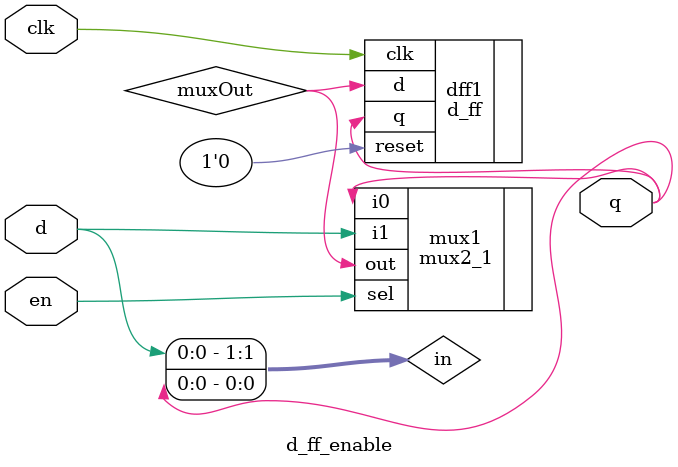
<source format=sv>

module d_ff_enable(q, d, en, clk);
	input logic clk, en, d;
	output logic q;
	
	logic [1:0] in;
	logic muxOut;
	
	assign in[0] = q;
	assign in[1] = d;
	
	//instantiation of mux2x1
	mux2_1 mux1(.out(muxOut), .i0(in[0]), .i1(in[1]), .sel(en)); 
	
	//instantiation of dff
	d_ff dff1(.q(q), .d(muxOut), .reset(1'b0), .clk);
endmodule

	
</source>
